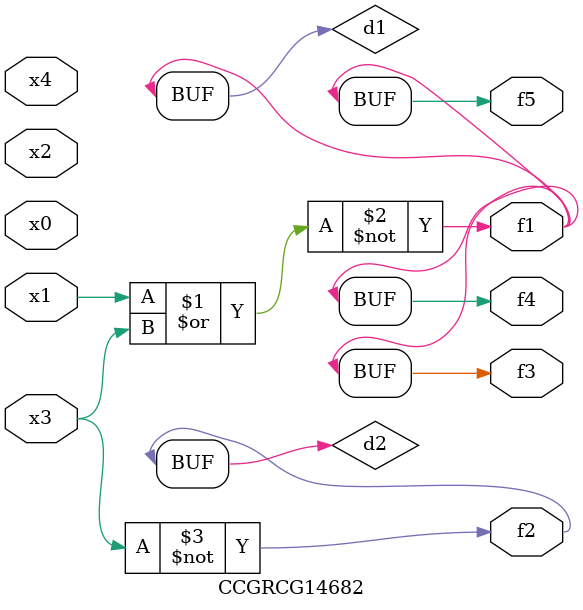
<source format=v>
module CCGRCG14682(
	input x0, x1, x2, x3, x4,
	output f1, f2, f3, f4, f5
);

	wire d1, d2;

	nor (d1, x1, x3);
	not (d2, x3);
	assign f1 = d1;
	assign f2 = d2;
	assign f3 = d1;
	assign f4 = d1;
	assign f5 = d1;
endmodule

</source>
